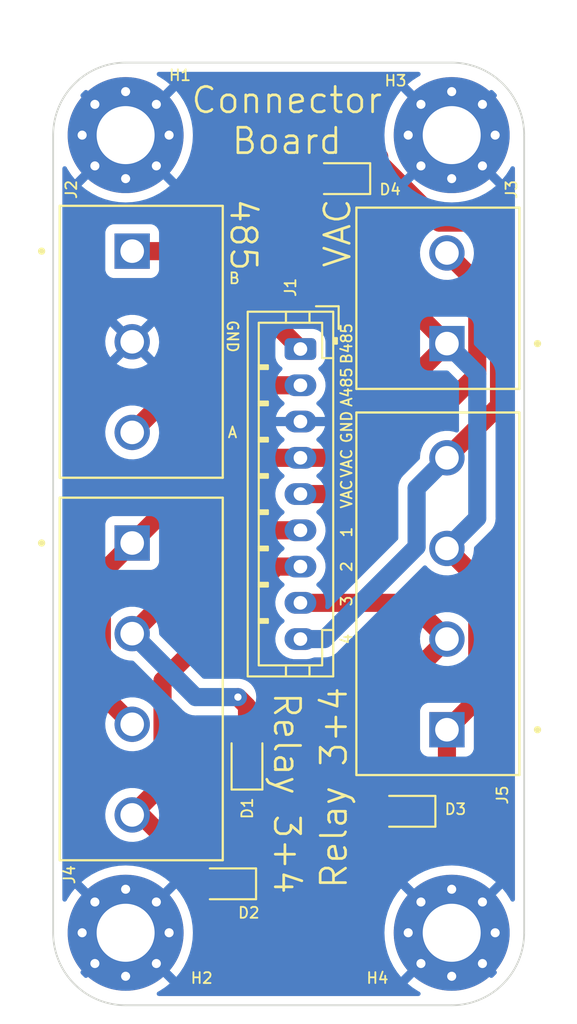
<source format=kicad_pcb>
(kicad_pcb (version 20211014) (generator pcbnew)
  (layers (0 "F.Cu" signal) (31 "B.Cu" signal) (34 "B.Paste" user) (35 "F.Paste" user) (36 "B.SilkS" user "B.Silkscreen") (37 "F.SilkS" user "F.Silkscreen") (38 "B.Mask" user) (39 "F.Mask" user) (44 "Edge.Cuts" user))
  (net 0 "")
  (net 1 "VCC")
  (net 2 "Relay1")
  (net 3 "Relay2")
  (net 4 "Relay3")
  (net 5 "Relay4")
  (net 6 "RS485 B")
  (net 7 "RS485 A")
  (net 8 "GND")
  (net 9 "VPP")
  (footprint "Connectors_CUI:CUI_TB001-500-04BE" (layer "F.Cu") (at 94.3625 76.5 -90)
    (fp_text reference "J4" (at 18.3 3.4625 90) (layer "F.SilkS") (effects (font (size 0.6 0.6) (thickness 0.1))))
    (fp_text value "Conn_01x04")
    (fp_line (start -2.5 4) (end -2.5 -5) (layer "F.SilkS") (width 0.127))
    (fp_line (start 17.5 4) (end -2.5 4) (layer "F.SilkS") (width 0.127))
    (fp_line (start 17.5 -5) (end 17.5 4) (layer "F.SilkS") (width 0.127))
    (fp_line (start -2.5 -5) (end 17.5 -5) (layer "F.SilkS") (width 0.127))
    (fp_circle (center 0 5) (end 0.1 5) (layer "F.SilkS") (width 0.2) (fill none))
    (pad "1" thru_hole rect locked (at 0 0 270) (size 1.95 1.95) (drill 1.3) (layers *.Cu *.Mask) (net 1 "VCC"))
    (pad "2" thru_hole circle locked (at 5 0 270) (size 1.95 1.95) (drill 1.3) (layers *.Cu *.Mask) (net 2 "Relay1"))
    (pad "3" thru_hole circle locked (at 10 0 270) (size 1.95 1.95) (drill 1.3) (layers *.Cu *.Mask) (net 1 "VCC"))
    (pad "4" thru_hole circle locked (at 15 0 270) (size 1.95 1.95) (drill 1.3) (layers *.Cu *.Mask) (net 3 "Relay2"))
  )
  (footprint "Diode_SMD:D_SOD-323" (layer "F.Cu") (at 99.7 95.3 180)
    (fp_text reference "D2" (at -1.1 -1.6) (layer "F.SilkS") (effects (font (size 0.6 0.6) (thickness 0.1))))
    (fp_text value "D_TVS")
    (fp_line (start -1.5 0.85) (end 1.05 0.85) (layer "F.SilkS") (width 0.12))
    (fp_line (start -1.5 -0.85) (end -1.5 0.85) (layer "F.SilkS") (width 0.12))
    (fp_line (start -1.5 -0.85) (end 1.05 -0.85) (layer "F.SilkS") (width 0.12))
    (pad "1" smd rect locked (at -1.05 0 180) (size 0.6 0.45) (layers "F.Cu" "F.Paste" "F.Mask") (net 1 "VCC"))
    (pad "2" smd rect locked (at 1.05 0 180) (size 0.6 0.45) (layers "F.Cu" "F.Paste" "F.Mask") (net 3 "Relay2"))
  )
  (footprint "Connectors_CUI:CUI_TB001-500-02BE" (layer "F.Cu") (at 111.7375 65.5 90)
    (fp_text reference "J3" (at 8.5 3.5625 90) (layer "F.SilkS") (effects (font (size 0.6 0.6) (thickness 0.1))))
    (fp_text value "Conn_01x02")
    (fp_line (start -2.5 4) (end -2.5 -5) (layer "F.SilkS") (width 0.127))
    (fp_line (start 7.5 -5) (end 7.5 4) (layer "F.SilkS") (width 0.127))
    (fp_line (start 7.5 4) (end -2.5 4) (layer "F.SilkS") (width 0.127))
    (fp_line (start -2.5 -5) (end 7.5 -5) (layer "F.SilkS") (width 0.127))
    (fp_circle (center 0 5) (end 0.1 5) (layer "F.SilkS") (width 0.2) (fill none))
    (pad "1" thru_hole rect locked (at 0 0 90) (size 1.95 1.95) (drill 1.3) (layers *.Cu *.Mask) (net 1 "VCC"))
    (pad "2" thru_hole circle locked (at 5 0 90) (size 1.95 1.95) (drill 1.3) (layers *.Cu *.Mask) (net 9 "VPP"))
  )
  (footprint "Diode_SMD:D_SOD-323" (layer "F.Cu") (at 106 56.4 180)
    (fp_text reference "D4" (at -2.6 -0.6) (layer "F.SilkS") (effects (font (size 0.6 0.6) (thickness 0.1))))
    (fp_text value "D_TVS")
    (fp_line (start -1.5 -0.85) (end 1.05 -0.85) (layer "F.SilkS") (width 0.12))
    (fp_line (start -1.5 0.85) (end 1.05 0.85) (layer "F.SilkS") (width 0.12))
    (fp_line (start -1.5 -0.85) (end -1.5 0.85) (layer "F.SilkS") (width 0.12))
    (pad "1" smd rect locked (at -1.05 0 180) (size 0.6 0.45) (layers "F.Cu" "F.Paste" "F.Mask") (net 1 "VCC"))
    (pad "2" smd rect locked (at 1.05 0 180) (size 0.6 0.45) (layers "F.Cu" "F.Paste" "F.Mask") (net 5 "Relay4"))
  )
  (footprint "MountingHole:MountingHole_3.2mm_M3_Pad_Via" (layer "F.Cu") (at 112 54)
    (fp_text reference "H3" (at -3.1 -3) (layer "F.SilkS") (effects (font (size 0.6 0.6) (thickness 0.1))))
    (fp_text value "MountingHole_Pad")
    (pad "1" thru_hole circle locked (at 2.4 0) (size 0.8 0.8) (drill 0.5) (layers *.Cu *.Mask) (net 8 "GND"))
    (pad "1" thru_hole circle locked (at 1.697056 -1.697056) (size 0.8 0.8) (drill 0.5) (layers *.Cu *.Mask) (net 8 "GND"))
    (pad "1" thru_hole circle locked (at -2.4 0) (size 0.8 0.8) (drill 0.5) (layers *.Cu *.Mask) (net 8 "GND"))
    (pad "1" thru_hole circle locked (at 0 -2.4) (size 0.8 0.8) (drill 0.5) (layers *.Cu *.Mask) (net 8 "GND"))
    (pad "1" thru_hole circle locked (at 1.697056 1.697056) (size 0.8 0.8) (drill 0.5) (layers *.Cu *.Mask) (net 8 "GND"))
    (pad "1" thru_hole circle locked (at 0 0) (size 6.4 6.4) (drill 3.2) (layers *.Cu *.Mask) (net 8 "GND"))
    (pad "1" thru_hole circle locked (at 0 2.4) (size 0.8 0.8) (drill 0.5) (layers *.Cu *.Mask) (net 8 "GND"))
    (pad "1" thru_hole circle locked (at -1.697056 -1.697056) (size 0.8 0.8) (drill 0.5) (layers *.Cu *.Mask) (net 8 "GND"))
    (pad "1" thru_hole circle locked (at -1.697056 1.697056) (size 0.8 0.8) (drill 0.5) (layers *.Cu *.Mask) (net 8 "GND"))
  )
  (footprint "MountingHole:MountingHole_3.2mm_M3_Pad_Via" (layer "F.Cu") (at 94 54)
    (fp_text reference "H1" (at 3 -3.3) (layer "F.SilkS") (effects (font (size 0.6 0.6) (thickness 0.1))))
    (fp_text value "MountingHole_Pad")
    (pad "1" thru_hole circle locked (at 0 2.4) (size 0.8 0.8) (drill 0.5) (layers *.Cu *.Mask) (net 8 "GND"))
    (pad "1" thru_hole circle locked (at -1.697056 -1.697056) (size 0.8 0.8) (drill 0.5) (layers *.Cu *.Mask) (net 8 "GND"))
    (pad "1" thru_hole circle locked (at 0 -2.4) (size 0.8 0.8) (drill 0.5) (layers *.Cu *.Mask) (net 8 "GND"))
    (pad "1" thru_hole circle locked (at 2.4 0) (size 0.8 0.8) (drill 0.5) (layers *.Cu *.Mask) (net 8 "GND"))
    (pad "1" thru_hole circle locked (at 1.697056 1.697056) (size 0.8 0.8) (drill 0.5) (layers *.Cu *.Mask) (net 8 "GND"))
    (pad "1" thru_hole circle locked (at 1.697056 -1.697056) (size 0.8 0.8) (drill 0.5) (layers *.Cu *.Mask) (net 8 "GND"))
    (pad "1" thru_hole circle locked (at -1.697056 1.697056) (size 0.8 0.8) (drill 0.5) (layers *.Cu *.Mask) (net 8 "GND"))
    (pad "1" thru_hole circle locked (at -2.4 0) (size 0.8 0.8) (drill 0.5) (layers *.Cu *.Mask) (net 8 "GND"))
    (pad "1" thru_hole circle locked (at 0 0) (size 6.4 6.4) (drill 3.2) (layers *.Cu *.Mask) (net 8 "GND"))
  )
  (footprint "Connector_JST:JST_PH_B9B-PH-K_1x09_P2.00mm_Vertical" (layer "F.Cu") (at 103.65 65.8 -90)
    (fp_text reference "J1" (at -3.4 0.55 90) (layer "F.SilkS") (effects (font (size 0.6 0.6) (thickness 0.1))))
    (fp_text value "Conn_01x09")
    (fp_line (start 9.1 1.8) (end 9.1 2.3) (layer "F.SilkS") (width 0.12))
    (fp_line (start -0.6 -2.01) (end -0.6 -1.81) (layer "F.SilkS") (width 0.12))
    (fp_line (start 17.45 2.3) (end 17.45 -1.2) (layer "F.SilkS") (width 0.12))
    (fp_line (start 2.9 1.8) (end 3.1 1.8) (layer "F.SilkS") (width 0.12))
    (fp_line (start -1.45 -1.2) (end -1.45 2.3) (layer "F.SilkS") (width 0.12))
    (fp_line (start 0.9 1.8) (end 1.1 1.8) (layer "F.SilkS") (width 0.12))
    (fp_line (start 10.9 1.8) (end 11.1 1.8) (layer "F.SilkS") (width 0.12))
    (fp_line (start 18.06 -1.81) (end -2.06 -1.81) (layer "F.SilkS") (width 0.12))
    (fp_line (start 4.9 2.3) (end 4.9 1.8) (layer "F.SilkS") (width 0.12))
    (fp_line (start 8.9 1.8) (end 9.1 1.8) (layer "F.SilkS") (width 0.12))
    (fp_line (start 13.1 1.8) (end 13.1 2.3) (layer "F.SilkS") (width 0.12))
    (fp_line (start -2.06 0.8) (end -1.45 0.8) (layer "F.SilkS") (width 0.12))
    (fp_line (start -2.06 -0.5) (end -1.45 -0.5) (layer "F.SilkS") (width 0.12))
    (fp_line (start 5.1 1.8) (end 5.1 2.3) (layer "F.SilkS") (width 0.12))
    (fp_line (start 15.5 -1.2) (end 15.5 -1.81) (layer "F.SilkS") (width 0.12))
    (fp_line (start 15.1 1.8) (end 15.1 2.3) (layer "F.SilkS") (width 0.12))
    (fp_line (start 11 2.3) (end 11 1.8) (layer "F.SilkS") (width 0.12))
    (fp_line (start -0.3 -2.01) (end -0.6 -2.01) (layer "F.SilkS") (width 0.12))
    (fp_line (start 4.9 1.8) (end 5.1 1.8) (layer "F.SilkS") (width 0.12))
    (fp_line (start 6.9 1.8) (end 7.1 1.8) (layer "F.SilkS") (width 0.12))
    (fp_line (start 9 2.3) (end 9 1.8) (layer "F.SilkS") (width 0.12))
    (fp_line (start -2.06 -1.81) (end -2.06 2.91) (layer "F.SilkS") (width 0.12))
    (fp_line (start 1.1 1.8) (end 1.1 2.3) (layer "F.SilkS") (width 0.12))
    (fp_line (start 17.45 -1.2) (end 15.5 -1.2) (layer "F.SilkS") (width 0.12))
    (fp_line (start 18.06 0.8) (end 17.45 0.8) (layer "F.SilkS") (width 0.12))
    (fp_line (start 15 2.3) (end 15 1.8) (layer "F.SilkS") (width 0.12))
    (fp_line (start 5 2.3) (end 5 1.8) (layer "F.SilkS") (width 0.12))
    (fp_line (start 13 2.3) (end 13 1.8) (layer "F.SilkS") (width 0.12))
    (fp_line (start 7 2.3) (end 7 1.8) (layer "F.SilkS") (width 0.12))
    (fp_line (start 12.9 2.3) (end 12.9 1.8) (layer "F.SilkS") (width 0.12))
    (fp_line (start 8.9 2.3) (end 8.9 1.8) (layer "F.SilkS") (width 0.12))
    (fp_line (start 0.5 -1.81) (end 0.5 -1.2) (layer "F.SilkS") (width 0.12))
    (fp_line (start 18.06 2.91) (end 18.06 -1.81) (layer "F.SilkS") (width 0.12))
    (fp_line (start 0.5 -1.2) (end -1.45 -1.2) (layer "F.SilkS") (width 0.12))
    (fp_line (start 12.9 1.8) (end 13.1 1.8) (layer "F.SilkS") (width 0.12))
    (fp_line (start -1.11 -2.11) (end -2.36 -2.11) (layer "F.SilkS") (width 0.12))
    (fp_line (start 3.1 1.8) (end 3.1 2.3) (layer "F.SilkS") (width 0.12))
    (fp_line (start -0.3 -1.81) (end -0.3 -2.01) (layer "F.SilkS") (width 0.12))
    (fp_line (start 10.9 2.3) (end 10.9 1.8) (layer "F.SilkS") (width 0.12))
    (fp_line (start 0.9 2.3) (end 0.9 1.8) (layer "F.SilkS") (width 0.12))
    (fp_line (start 14.9 2.3) (end 14.9 1.8) (layer "F.SilkS") (width 0.12))
    (fp_line (start 18.06 -0.5) (end 17.45 -0.5) (layer "F.SilkS") (width 0.12))
    (fp_line (start 7.1 1.8) (end 7.1 2.3) (layer "F.SilkS") (width 0.12))
    (fp_line (start -2.06 2.91) (end 18.06 2.91) (layer "F.SilkS") (width 0.12))
    (fp_line (start 2.9 2.3) (end 2.9 1.8) (layer "F.SilkS") (width 0.12))
    (fp_line (start -0.3 -1.91) (end -0.6 -1.91) (layer "F.SilkS") (width 0.12))
    (fp_line (start 6.9 2.3) (end 6.9 1.8) (layer "F.SilkS") (width 0.12))
    (fp_line (start 11.1 1.8) (end 11.1 2.3) (layer "F.SilkS") (width 0.12))
    (fp_line (start 14.9 1.8) (end 15.1 1.8) (layer "F.SilkS") (width 0.12))
    (fp_line (start 1 2.3) (end 1 1.8) (layer "F.SilkS") (width 0.12))
    (fp_line (start -2.36 -2.11) (end -2.36 -0.86) (layer "F.SilkS") (width 0.12))
    (fp_line (start 3 2.3) (end 3 1.8) (layer "F.SilkS") (width 0.12))
    (fp_line (start -1.45 2.3) (end 17.45 2.3) (layer "F.SilkS") (width 0.12))
    (pad "1" thru_hole roundrect locked (at 0 0 270) (size 1.2 1.75) (drill 0.75) (layers *.Cu *.Mask) (roundrect_rratio 0.2083333333) (net 6 "RS485 B"))
    (pad "2" thru_hole oval locked (at 2 0 270) (size 1.2 1.75) (drill 0.75) (layers *.Cu *.Mask) (net 7 "RS485 A"))
    (pad "3" thru_hole oval locked (at 4 0 270) (size 1.2 1.75) (drill 0.75) (layers *.Cu *.Mask) (net 8 "GND"))
    (pad "4" thru_hole oval locked (at 6 0 270) (size 1.2 1.75) (drill 0.75) (layers *.Cu *.Mask) (net 1 "VCC"))
    (pad "5" thru_hole oval locked (at 8 0 270) (size 1.2 1.75) (drill 0.75) (layers *.Cu *.Mask) (net 9 "VPP"))
    (pad "6" thru_hole oval locked (at 10 0 270) (size 1.2 1.75) (drill 0.75) (layers *.Cu *.Mask) (net 2 "Relay1"))
    (pad "7" thru_hole oval locked (at 12 0 270) (size 1.2 1.75) (drill 0.75) (layers *.Cu *.Mask) (net 3 "Relay2"))
    (pad "8" thru_hole oval locked (at 14 0 270) (size 1.2 1.75) (drill 0.75) (layers *.Cu *.Mask) (net 4 "Relay3"))
    (pad "9" thru_hole oval locked (at 16 0 270) (size 1.2 1.75) (drill 0.75) (layers *.Cu *.Mask) (net 5 "Relay4"))
  )
  (footprint "MountingHole:MountingHole_3.2mm_M3_Pad_Via" (layer "F.Cu") (at 94 98)
    (fp_text reference "H2" (at 4.2 2.5) (layer "F.SilkS") (effects (font (size 0.6 0.6) (thickness 0.1))))
    (fp_text value "MountingHole_Pad")
    (pad "1" thru_hole circle locked (at 0 0) (size 6.4 6.4) (drill 3.2) (layers *.Cu *.Mask) (net 8 "GND"))
    (pad "1" thru_hole circle locked (at -1.697056 -1.697056) (size 0.8 0.8) (drill 0.5) (layers *.Cu *.Mask) (net 8 "GND"))
    (pad "1" thru_hole circle locked (at -1.697056 1.697056) (size 0.8 0.8) (drill 0.5) (layers *.Cu *.Mask) (net 8 "GND"))
    (pad "1" thru_hole circle locked (at 2.4 0) (size 0.8 0.8) (drill 0.5) (layers *.Cu *.Mask) (net 8 "GND"))
    (pad "1" thru_hole circle locked (at 1.697056 1.697056) (size 0.8 0.8) (drill 0.5) (layers *.Cu *.Mask) (net 8 "GND"))
    (pad "1" thru_hole circle locked (at -2.4 0) (size 0.8 0.8) (drill 0.5) (layers *.Cu *.Mask) (net 8 "GND"))
    (pad "1" thru_hole circle locked (at 1.697056 -1.697056) (size 0.8 0.8) (drill 0.5) (layers *.Cu *.Mask) (net 8 "GND"))
    (pad "1" thru_hole circle locked (at 0 2.4) (size 0.8 0.8) (drill 0.5) (layers *.Cu *.Mask) (net 8 "GND"))
    (pad "1" thru_hole circle locked (at 0 -2.4) (size 0.8 0.8) (drill 0.5) (layers *.Cu *.Mask) (net 8 "GND"))
  )
  (footprint "Connectors_CUI:CUI_TB001-500-04BE" (layer "F.Cu") (at 111.7375 86.8 90)
    (fp_text reference "J5" (at -3.6 3.0625 90) (layer "F.SilkS") (effects (font (size 0.6 0.6) (thickness 0.1))))
    (fp_text value "Conn_01x04")
    (fp_line (start -2.5 -5) (end 17.5 -5) (layer "F.SilkS") (width 0.127))
    (fp_line (start 17.5 4) (end -2.5 4) (layer "F.SilkS") (width 0.127))
    (fp_line (start 17.5 -5) (end 17.5 4) (layer "F.SilkS") (width 0.127))
    (fp_line (start -2.5 4) (end -2.5 -5) (layer "F.SilkS") (width 0.127))
    (fp_circle (center 0 5) (end 0.1 5) (layer "F.SilkS") (width 0.2) (fill none))
    (pad "1" thru_hole rect locked (at 0 0 90) (size 1.95 1.95) (drill 1.3) (layers *.Cu *.Mask) (net 1 "VCC"))
    (pad "2" thru_hole circle locked (at 5 0 90) (size 1.95 1.95) (drill 1.3) (layers *.Cu *.Mask) (net 4 "Relay3"))
    (pad "3" thru_hole circle locked (at 10 0 90) (size 1.95 1.95) (drill 1.3) (layers *.Cu *.Mask) (net 1 "VCC"))
    (pad "4" thru_hole circle locked (at 15 0 90) (size 1.95 1.95) (drill 1.3) (layers *.Cu *.Mask) (net 5 "Relay4"))
  )
  (footprint "Diode_SMD:D_SOD-323" (layer "F.Cu") (at 109.6 91.3 180)
    (fp_text reference "D3" (at -2.6056 0.1156) (layer "F.SilkS") (effects (font (size 0.6 0.6) (thickness 0.1))))
    (fp_text value "D_TVS")
    (fp_line (start -1.5 -0.85) (end 1.05 -0.85) (layer "F.SilkS") (width 0.12))
    (fp_line (start -1.5 -0.85) (end -1.5 0.85) (layer "F.SilkS") (width 0.12))
    (fp_line (start -1.5 0.85) (end 1.05 0.85) (layer "F.SilkS") (width 0.12))
    (pad "1" smd rect locked (at -1.05 0 180) (size 0.6 0.45) (layers "F.Cu" "F.Paste" "F.Mask") (net 1 "VCC"))
    (pad "2" smd rect locked (at 1.05 0 180) (size 0.6 0.45) (layers "F.Cu" "F.Paste" "F.Mask") (net 4 "Relay3"))
  )
  (footprint "Diode_SMD:D_SOD-323" (layer "F.Cu") (at 100.7 88.6 90)
    (fp_text reference "D1" (at -2.538 0.0156 90) (layer "F.SilkS") (effects (font (size 0.6 0.6) (thickness 0.1))))
    (fp_text value "D_TVS")
    (fp_line (start -1.5 -0.85) (end -1.5 0.85) (layer "F.SilkS") (width 0.12))
    (fp_line (start -1.5 0.85) (end 1.05 0.85) (layer "F.SilkS") (width 0.12))
    (fp_line (start -1.5 -0.85) (end 1.05 -0.85) (layer "F.SilkS") (width 0.12))
    (pad "1" smd rect locked (at -1.05 0 90) (size 0.6 0.45) (layers "F.Cu" "F.Paste" "F.Mask") (net 1 "VCC"))
    (pad "2" smd rect locked (at 1.05 0 90) (size 0.6 0.45) (layers "F.Cu" "F.Paste" "F.Mask") (net 2 "Relay1"))
  )
  (footprint "MountingHole:MountingHole_3.2mm_M3_Pad_Via" (layer "F.Cu") (at 112 98)
    (fp_text reference "H4" (at -4.1 2.5) (layer "F.SilkS") (effects (font (size 0.6 0.6) (thickness 0.1))))
    (fp_text value "MountingHole_Pad")
    (pad "1" thru_hole circle locked (at 0 0) (size 6.4 6.4) (drill 3.2) (layers *.Cu *.Mask) (net 8 "GND"))
    (pad "1" thru_hole circle locked (at 2.4 0) (size 0.8 0.8) (drill 0.5) (layers *.Cu *.Mask) (net 8 "GND"))
    (pad "1" thru_hole circle locked (at 1.697056 1.697056) (size 0.8 0.8) (drill 0.5) (layers *.Cu *.Mask) (net 8 "GND"))
    (pad "1" thru_hole circle locked (at 0 -2.4) (size 0.8 0.8) (drill 0.5) (layers *.Cu *.Mask) (net 8 "GND"))
    (pad "1" thru_hole circle locked (at 1.697056 -1.697056) (size 0.8 0.8) (drill 0.5) (layers *.Cu *.Mask) (net 8 "GND"))
    (pad "1" thru_hole circle locked (at -2.4 0) (size 0.8 0.8) (drill 0.5) (layers *.Cu *.Mask) (net 8 "GND"))
    (pad "1" thru_hole circle locked (at -1.697056 -1.697056) (size 0.8 0.8) (drill 0.5) (layers *.Cu *.Mask) (net 8 "GND"))
    (pad "1" thru_hole circle locked (at -1.697056 1.697056) (size 0.8 0.8) (drill 0.5) (layers *.Cu *.Mask) (net 8 "GND"))
    (pad "1" thru_hole circle locked (at 0 2.4) (size 0.8 0.8) (drill 0.5) (layers *.Cu *.Mask) (net 8 "GND"))
  )
  (footprint "Connectors_CUI:CUI_TB001-500-03BE" (layer "F.Cu") (at 94.3625 60.4 -90)
    (fp_text reference "J2" (at -3.4 3.3625 90) (layer "F.SilkS") (effects (font (size 0.6 0.6) (thickness 0.1))))
    (fp_text value "Conn_01x03")
    (fp_line (start -2.5 -5) (end 12.5 -5) (layer "F.SilkS") (width 0.127))
    (fp_line (start 12.5 4) (end -2.5 4) (layer "F.SilkS") (width 0.127))
    (fp_line (start 12.5 -5) (end 12.5 4) (layer "F.SilkS") (width 0.127))
    (fp_line (start -2.5 4) (end -2.5 -5) (layer "F.SilkS") (width 0.127))
    (fp_circle (center 0 5) (end 0.1 5) (layer "F.SilkS") (width 0.2) (fill none))
    (pad "1" thru_hole rect locked (at 0 0 270) (size 1.95 1.95) (drill 1.3) (layers *.Cu *.Mask) (net 6 "RS485 B"))
    (pad "2" thru_hole circle locked (at 5 0 270) (size 1.95 1.95) (drill 1.3) (layers *.Cu *.Mask) (net 8 "GND"))
    (pad "3" thru_hole circle locked (at 10 0 270) (size 1.95 1.95) (drill 1.3) (layers *.Cu *.Mask) (net 7 "RS485 A"))
  )
  (gr_line (start 112 50) (end 94 50) (layer "Edge.Cuts") (width 0.1))
  (gr_line (start 90 54) (end 90 98) (layer "Edge.Cuts") (width 0.1))
  (gr_arc (start 90 54) (mid 91.171573 51.171573) (end 94 50) (layer "Edge.Cuts") (width 0.1))
  (gr_line (start 94 102) (end 112 102) (layer "Edge.Cuts") (width 0.1))
  (gr_arc (start 116 98) (mid 114.828427 100.828427) (end 112 102) (layer "Edge.Cuts") (width 0.1))
  (gr_arc (start 94 102) (mid 91.171573 100.828427) (end 90 98) (layer "Edge.Cuts") (width 0.1))
  (gr_line (start 116 98) (end 116 54) (layer "Edge.Cuts") (width 0.1))
  (gr_arc (start 112 50) (mid 114.828427 51.171573) (end 116 54) (layer "Edge.Cuts") (width 0.1))
  (gr_text "VAC" (at 106.2 72.1 90) (layer "F.SilkS") (effects (font (size 0.6 0.58) (thickness 0.1))))
  (gr_text "2" (at 106.2 77.8 90) (layer "F.SilkS") (effects (font (size 0.6 0.6) (thickness 0.1))))
  (gr_text "1" (at 106.2 75.9 90) (layer "F.SilkS") (effects (font (size 0.6 0.6) (thickness 0.1))))
  (gr_text "B485" (at 106.2 65.5 90) (layer "F.SilkS") (effects (font (size 0.6 0.58) (thickness 0.1))))
  (gr_text "Relay 3+4" (at 105.5 90 90) (layer "F.SilkS") (effects (font (size 1.4 1.4))))
  (gr_text "485" (at 100.5 59.5 270) (layer "F.SilkS") (effects (font (size 1.4 1.4))))
  (gr_text "Connector\nBoard" (at 102.9 53.2) (layer "F.SilkS") (effects (font (size 1.4 1.4))))
  (gr_text "B" (at 100 61.9) (layer "F.SilkS") (effects (font (size 0.6 0.58) (thickness 0.1))))
  (gr_text "4" (at 106.2 81.8 90) (layer "F.SilkS") (effects (font (size 0.6 0.6) (thickness 0.1))))
  (gr_text "VAC" (at 106.2 73.8 90) (layer "F.SilkS") (effects (font (size 0.6 0.58) (thickness 0.1))))
  (gr_text "Relay 3+4" (at 102.9 90.3 270) (layer "F.SilkS") (effects (font (size 1.4 1.4))))
  (gr_text "A485" (at 106.2 67.9 90) (layer "F.SilkS") (effects (font (size 0.6 0.58) (thickness 0.1))))
  (gr_text "GND" (at 106.2 70.1 90) (layer "F.SilkS") (effects (font (size 0.6 0.58) (thickness 0.1))))
  (gr_text "GND" (at 99.9 65.1 270) (layer "F.SilkS") (effects (font (size 0.6 0.58) (thickness 0.1))))
  (gr_text "3" (at 106.2 79.7 90) (layer "F.SilkS") (effects (font (size 0.6 0.6) (thickness 0.1))))
  (gr_text "A" (at 99.9 70.4) (layer "F.SilkS") (effects (font (size 0.6 0.58) (thickness 0.1))))
  (gr_text "VAC" (at 105.7 59.4 90) (layer "F.SilkS") (effects (font (size 1.4 1.4))))
  (segment (start 104.25 89.65) (end 108.5 93.9) (width 1) (layer "F.Cu") (net 1))
  (segment (start 107.05 60.8125) (end 111.7375 65.5) (width 1) (layer "F.Cu") (net 1))
  (segment (start 94.3625 76.5) (end 92.687989 78.174511) (width 1) (layer "F.Cu") (net 1))
  (segment (start 100.7 91.4) (end 100.7 89.65) (width 1) (layer "F.Cu") (net 1))
  (segment (start 92.687989 84.825489) (end 94.3625 86.5) (width 1) (layer "F.Cu") (net 1))
  (segment (start 113.412011 85.125489) (end 111.7375 86.8) (width 1) (layer "F.Cu") (net 1))
  (segment (start 107.05 56.4) (end 107.05 60.8125) (width 1) (layer "F.Cu") (net 1))
  (segment (start 94.3625 76.5) (end 99.0625 71.8) (width 1) (layer "F.Cu") (net 1))
  (segment (start 108.5 93.9) (end 110.65 91.75) (width 1) (layer "F.Cu") (net 1))
  (segment (start 100.8 91.9) (end 100.75 91.95) (width 1) (layer "F.Cu") (net 1))
  (segment (start 99.0625 71.8) (end 103.65 71.8) (width 1) (layer "F.Cu") (net 1))
  (segment (start 111.7375 90.2125) (end 110.65 91.3) (width 1) (layer "F.Cu") (net 1))
  (segment (start 113.412011 78.474511) (end 113.412011 85.125489) (width 1) (layer "F.Cu") (net 1))
  (segment (start 110.65 91.75) (end 110.65 91.3) (width 1) (layer "F.Cu") (net 1))
  (segment (start 100.5 91.6) (end 100.7 91.4) (width 1) (layer "F.Cu") (net 1))
  (segment (start 100.7 89.65) (end 104.25 89.65) (width 1) (layer "F.Cu") (net 1))
  (segment (start 100.8 91.9) (end 100.5 91.6) (width 1) (layer "F.Cu") (net 1))
  (segment (start 111.7375 86.8) (end 111.7375 90.2125) (width 1) (layer "F.Cu") (net 1))
  (segment (start 105.4375 71.8) (end 111.7375 65.5) (width 1) (layer "F.Cu") (net 1))
  (segment (start 111.7375 76.8) (end 113.412011 78.474511) (width 1) (layer "F.Cu") (net 1))
  (segment (start 100.75 91.95) (end 100.75 95.3) (width 1) (layer "F.Cu") (net 1))
  (segment (start 92.687989 78.174511) (end 92.687989 84.825489) (width 1) (layer "F.Cu") (net 1))
  (segment (start 103.65 71.8) (end 105.4375 71.8) (width 1) (layer "F.Cu") (net 1))
  (segment (start 113.412011 75.125489) (end 113.412011 67.174511) (width 1) (layer "B.Cu") (net 1))
  (segment (start 111.7375 76.8) (end 113.412011 75.125489) (width 1) (layer "B.Cu") (net 1))
  (segment (start 113.412011 67.174511) (end 111.7375 65.5) (width 1) (layer "B.Cu") (net 1))
  (segment (start 94.3625 81.5) (end 100.0625 75.8) (width 1) (layer "F.Cu") (net 2))
  (segment (start 100.0625 75.8) (end 103.65 75.8) (width 1) (layer "F.Cu") (net 2))
  (segment (start 100.2 85) (end 100.7 85.5) (width 1) (layer "F.Cu") (net 2))
  (segment (start 100.7 85.5) (end 100.7 87.55) (width 1) (layer "F.Cu") (net 2))
  (via (at 100.2 85) (size 0.8) (drill 0.4) (layers "F.Cu" "B.Cu") (net 2))
  (segment (start 97.8625 85) (end 94.3625 81.5) (width 1) (layer "B.Cu") (net 2))
  (segment (start 100.2 85) (end 97.8625 85) (width 1) (layer "B.Cu") (net 2))
  (segment (start 94.85 91.5) (end 98.65 95.3) (width 1) (layer "F.Cu") (net 3))
  (segment (start 96.037011 89.825489) (end 96.037011 84.087989) (width 1) (layer "F.Cu") (net 3))
  (segment (start 96.037011 84.087989) (end 102.325 77.8) (width 1) (layer "F.Cu") (net 3))
  (segment (start 102.325 77.8) (end 103.65 77.8) (width 1) (layer "F.Cu") (net 3))
  (segment (start 94.3625 91.5) (end 96.037011 89.825489) (width 1) (layer "F.Cu") (net 3))
  (segment (start 94.3625 91.5) (end 94.85 91.5) (width 1) (layer "F.Cu") (net 3))
  (segment (start 109.7375 79.8) (end 111.7375 81.8) (width 1) (layer "F.Cu") (net 4))
  (segment (start 108.55 84.9875) (end 108.55 91.3) (width 1) (layer "F.Cu") (net 4))
  (segment (start 103.65 79.8) (end 109.7375 79.8) (width 1) (layer "F.Cu") (net 4))
  (segment (start 108.55 84.9875) (end 111.7375 81.8) (width 1) (layer "F.Cu") (net 4))
  (segment (start 113.525489 58.825489) (end 114.611522 59.911522) (width 1) (layer "F.Cu") (net 5))
  (segment (start 108 55.514742) (end 111.310747 58.825489) (width 1) (layer "F.Cu") (net 5))
  (segment (start 108 55.2) (end 108 55.514742) (width 1) (layer "F.Cu") (net 5))
  (segment (start 111.310747 58.825489) (end 113.525489 58.825489) (width 1) (layer "F.Cu") (net 5))
  (segment (start 114.611522 68.925978) (end 111.7375 71.8) (width 1) (layer "F.Cu") (net 5))
  (segment (start 104.95 56.4) (end 106.15 55.2) (width 1) (layer "F.Cu") (net 5))
  (segment (start 114.611522 59.911522) (end 114.611522 68.925978) (width 1) (layer "F.Cu") (net 5))
  (segment (start 106.15 55.2) (end 108 55.2) (width 1) (layer "F.Cu") (net 5))
  (segment (start 104.975 81.8) (end 103.65 81.8) (width 1) (layer "B.Cu") (net 5))
  (segment (start 110.062989 73.474511) (end 110.062989 76.712011) (width 1) (layer "B.Cu") (net 5))
  (segment (start 111.7375 71.8) (end 110.062989 73.474511) (width 1) (layer "B.Cu") (net 5))
  (segment (start 110.062989 76.712011) (end 104.975 81.8) (width 1) (layer "B.Cu") (net 5))
  (segment (start 98.25 60.4) (end 103.65 65.8) (width 1) (layer "F.Cu") (net 6))
  (segment (start 94.3625 60.4) (end 98.25 60.4) (width 1) (layer "F.Cu") (net 6))
  (segment (start 103.65 67.8) (end 96.9625 67.8) (width 1) (layer "F.Cu") (net 7))
  (segment (start 96.9625 67.8) (end 94.3625 70.4) (width 1) (layer "F.Cu") (net 7))
  (segment (start 113.412011 67.174511) (end 106.786522 73.8) (width 1) (layer "F.Cu") (net 9))
  (segment (start 106.786522 73.8) (end 103.65 73.8) (width 1) (layer "F.Cu") (net 9))
  (segment (start 111.7375 60.5) (end 113.412011 62.174511) (width 1) (layer "F.Cu") (net 9))
  (segment (start 113.412011 62.174511) (end 113.412011 67.174511) (width 1) (layer "F.Cu") (net 9))
  (zone (net 8) (net_name "GND") (layer "B.Cu") (connect_pads (clearance 0.508)) (min_thickness 0.254) (fill yes (thermal_gap 0.508) (thermal_bridge_width 0.508))
    (polygon (pts (xy 116 102) (xy 90 102) (xy 90 50) (xy 116.1 50)))
  )
)
</source>
